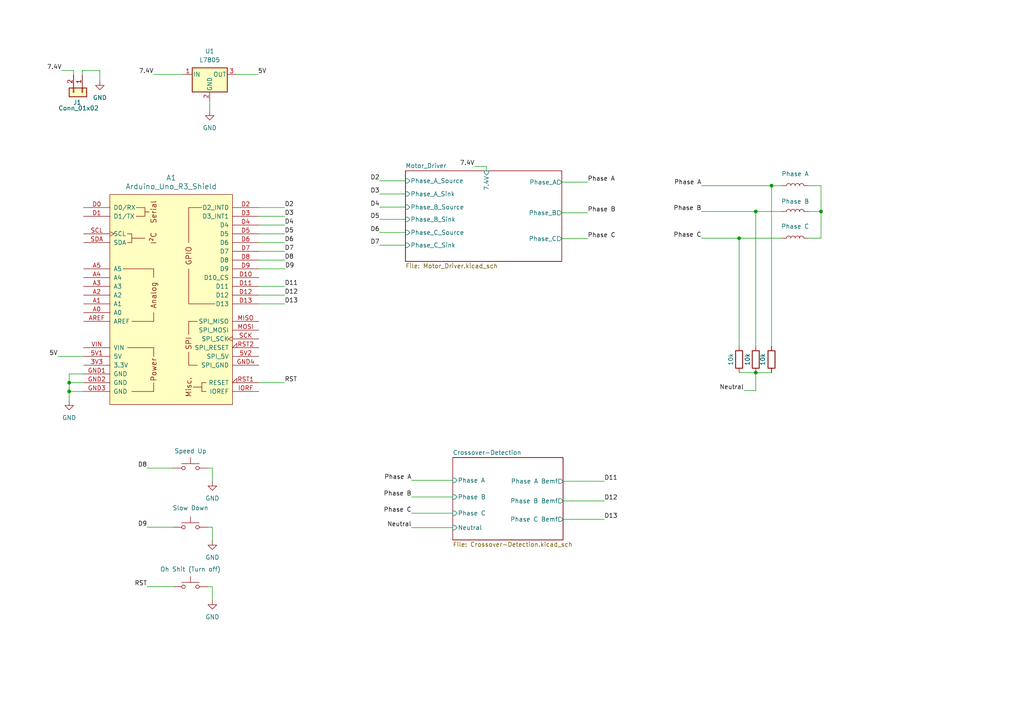
<source format=kicad_sch>
(kicad_sch (version 20230121) (generator eeschema)
  (paper "A4")
  (title_block (title "BLDC ESC") (date "03/29/2024") (rev "1") (company "RHIT") (comment 1 "Author: Tim Ausec"))
  (lib_symbols
    (symbol "Connector_Generic:Conn_01x02" (pin_names (offset 1.016) hide)
      (property "Reference" "J" (at 0 2.54 0))
      (property "Value" "Conn_01x02" (at 0 -5.08 0))
      (symbol "Conn_01x02_1_1"
        (rectangle (start -1.27 -2.413) (end 0 -2.667) (stroke (width 0.1524)))
        (rectangle (start -1.27 0.127) (end 0 -0.127) (stroke (width 0.1524)))
        (rectangle (start -1.27 1.27) (end 1.27 -3.81) (stroke (width 0.254)) (fill (type background)))
        (pin passive line (at -5.08 0 0) (length 3.81) (name "Pin_1") (number "1"))
        (pin passive line (at -5.08 -2.54 0) (length 3.81) (name "Pin_2") (number "2"))
      )
    )
    (symbol "Device:L" (pin_numbers hide) (pin_names (offset 1.016) hide)
      (property "Reference" "L" (at -1.27 0 90))
      (property "Value" "L" (at 1.905 0 90))
      (symbol "L_0_1"
        (arc (start 0 -2.54) (mid 0.6323 -1.905) (end 0 -1.27))
        (arc (start 0 -1.27) (mid 0.6323 -0.635) (end 0 0))
        (arc (start 0 0) (mid 0.6323 0.635) (end 0 1.27))
        (arc (start 0 1.27) (mid 0.6323 1.905) (end 0 2.54))
      )
      (symbol "L_1_1"
        (pin passive line (at 0 3.81 270) (length 1.27) (name "1") (number "1"))
        (pin passive line (at 0 -3.81 90) (length 1.27) (name "2") (number "2"))
      )
    )
    (symbol "Device:R" (pin_numbers hide) (pin_names (offset 0))
      (property "Reference" "R" (at 2.032 0 90))
      (property "Value" "R" (at 0 0 90))
      (symbol "R_0_1"
        (rectangle (start -1.016 -2.54) (end 1.016 2.54) (stroke (width 0.254)))
      )
      (symbol "R_1_1"
        (pin passive line (at 0 3.81 270) (length 1.27) (name "~") (number "1"))
        (pin passive line (at 0 -3.81 90) (length 1.27) (name "~") (number "2"))
      )
    )
    (symbol "Regulator_Linear:L7805" (pin_names (offset 0.254))
      (property "Reference" "U" (at -3.81 3.175 0))
      (property "Value" "L7805" (at 0 3.175 0))
      (symbol "L7805_0_1"
        (rectangle (start -5.08 1.905) (end 5.08 -5.08) (stroke (width 0.254)) (fill (type background)))
      )
      (symbol "L7805_1_1"
        (pin power_in line (at -7.62 0 0) (length 2.54) (name "IN") (number "1"))
        (pin power_in line (at 0 -7.62 90) (length 2.54) (name "GND") (number "2"))
        (pin power_out line (at 7.62 0 180) (length 2.54) (name "OUT") (number "3"))
      )
    )
    (symbol "Switch:SW_Push" (pin_numbers hide) (pin_names (offset 1.016) hide)
      (property "Reference" "SW" (at 1.27 2.54 0))
      (property "Value" "SW_Push" (at 0 -1.524 0))
      (symbol "SW_Push_0_1"
        (circle (center -2.032 0) (radius 0.508))
        (polyline (pts (xy 0 1.27) (xy 0 3.048)))
        (polyline (pts (xy 2.54 1.27) (xy -2.54 1.27)))
        (circle (center 2.032 0) (radius 0.508))
        (pin passive line (at -5.08 0 0) (length 2.54) (name "1") (number "1"))
        (pin passive line (at 5.08 0 180) (length 2.54) (name "2") (number "2"))
      )
    )
    (symbol "arduino-library:Arduino_Uno_R3_Shield" (pin_names (offset 1.016))
      (property "Reference" "A" (at 0 36.83 0))
      (property "Value" "Arduino_Uno_R3_Shield" (at 0 33.02 0))
      (symbol "Arduino_Uno_R3_Shield_0_0"
        (rectangle (start -17.78 30.48) (end 17.78 -30.48) (fill (type background)))
        (rectangle (start -12.7 -13.97) (end -5.08 -13.97))
        (rectangle (start -11.43 -26.67) (end -5.08 -26.67))
        (polyline (pts (xy -11.43 17.78) (xy -7.62 17.78)))
        (polyline (pts (xy -7.62 25.4) (xy -6.35 25.4)))
        (polyline (pts (xy -5.08 -26.67) (xy -5.08 -24.13)))
        (polyline (pts (xy -5.08 -15.24) (xy -5.08 -16.51)))
        (polyline (pts (xy -5.08 -13.97) (xy -5.08 -15.24)))
        (polyline (pts (xy -5.08 -3.81) (xy -5.08 -6.35) (xy -11.43 -6.35)))
        (polyline (pts (xy -5.08 6.35) (xy -5.08 8.89) (xy -13.97 8.89)))
        (polyline (pts (xy 5.08 8.89) (xy 5.08 -1.27) (xy 12.7 -1.27)))
        (polyline (pts (xy 5.08 16.51) (xy 5.08 26.67) (xy 8.89 26.67)))
        (polyline (pts (xy -12.7 19.05) (xy -11.43 19.05) (xy -11.43 16.51) (xy -12.7 16.51)))
        (polyline (pts (xy -10.16 26.67) (xy -7.62 26.67) (xy -7.62 24.13) (xy -10.16 24.13)))
        (rectangle (start 5.08 -19.05) (end 5.08 -15.24))
        (rectangle (start 5.08 -19.05) (end 7.62 -19.05))
        (rectangle (start 5.08 -10.16) (end 5.08 -6.35))
        (rectangle (start 7.62 -6.35) (end 5.08 -6.35))
        (rectangle (start 8.89 -25.4) (end 6.35 -25.4))
        (rectangle (start 8.89 -24.13) (end 8.89 -26.67))
        (rectangle (start 10.16 -26.67) (end 8.89 -26.67))
        (rectangle (start 10.16 -24.13) (end 8.89 -24.13))
        (text "Analog" (at -5.08 1.27 900) (effects (font (size 1.524 1.524))))
        (text "I²C" (at -5.08 17.78 900) (effects (font (size 1.524 1.524))))
        (text "Misc." (at 5.08 -25.4 900) (effects (font (size 1.524 1.524))))
        (text "Power" (at -5.08 -20.32 900) (effects (font (size 1.524 1.524))))
        (text "Serial" (at -5.08 25.4 900) (effects (font (size 1.524 1.524))))
        (text "SPI" (at 5.08 -12.7 900) (effects (font (size 1.524 1.524))))
      )
      (symbol "Arduino_Uno_R3_Shield_1_0"
        (text "GPIO" (at 5.08 12.7 900) (effects (font (size 1.524 1.524))))
      )
      (symbol "Arduino_Uno_R3_Shield_1_1"
        (pin power_out line (at -25.4 -19.05 0) (length 7.62) (name "3.3V") (number "3V3"))
        (pin power_in line (at -25.4 -16.51 0) (length 7.62) (name "5V") (number "5V1"))
        (pin power_in line (at 25.4 -16.51 180) (length 7.62) (name "SPI_5V") (number "5V2"))
        (pin bidirectional line (at -25.4 -3.81 0) (length 7.62) (name "A0") (number "A0"))
        (pin bidirectional line (at -25.4 -1.27 0) (length 7.62) (name "A1") (number "A1"))
        (pin bidirectional line (at -25.4 1.27 0) (length 7.62) (name "A2") (number "A2"))
        (pin bidirectional line (at -25.4 3.81 0) (length 7.62) (name "A3") (number "A3"))
        (pin bidirectional line (at -25.4 6.35 0) (length 7.62) (name "A4") (number "A4"))
        (pin bidirectional line (at -25.4 8.89 0) (length 7.62) (name "A5") (number "A5"))
        (pin input line (at -25.4 -6.35 0) (length 7.62) (name "AREF") (number "AREF"))
        (pin bidirectional line (at -25.4 26.67 0) (length 7.62) (name "D0/RX") (number "D0"))
        (pin bidirectional line (at -25.4 24.13 0) (length 7.62) (name "D1/TX") (number "D1"))
        (pin bidirectional line (at 25.4 6.35 180) (length 7.62) (name "D10_CS") (number "D10"))
        (pin bidirectional line (at 25.4 3.81 180) (length 7.62) (name "D11") (number "D11"))
        (pin bidirectional line (at 25.4 1.27 180) (length 7.62) (name "D12") (number "D12"))
        (pin bidirectional line (at 25.4 -1.27 180) (length 7.62) (name "D13") (number "D13"))
        (pin bidirectional line (at 25.4 26.67 180) (length 7.62) (name "D2_INT0") (number "D2"))
        (pin bidirectional line (at 25.4 24.13 180) (length 7.62) (name "D3_INT1") (number "D3"))
        (pin bidirectional line (at 25.4 21.59 180) (length 7.62) (name "D4") (number "D4"))
        (pin bidirectional line (at 25.4 19.05 180) (length 7.62) (name "D5") (number "D5"))
        (pin bidirectional line (at 25.4 16.51 180) (length 7.62) (name "D6") (number "D6"))
        (pin bidirectional line (at 25.4 13.97 180) (length 7.62) (name "D7") (number "D7"))
        (pin bidirectional line (at 25.4 11.43 180) (length 7.62) (name "D8") (number "D8"))
        (pin bidirectional line (at 25.4 8.89 180) (length 7.62) (name "D9") (number "D9"))
        (pin power_in line (at -25.4 -21.59 0) (length 7.62) (name "GND") (number "GND1"))
        (pin power_in line (at -25.4 -24.13 0) (length 7.62) (name "GND") (number "GND2"))
        (pin power_in line (at -25.4 -26.67 0) (length 7.62) (name "GND") (number "GND3"))
        (pin power_in line (at 25.4 -19.05 180) (length 7.62) (name "SPI_GND") (number "GND4"))
        (pin output line (at 25.4 -26.67 180) (length 7.62) (name "IOREF") (number "IORF"))
        (pin input line (at 25.4 -6.35 180) (length 7.62) (name "SPI_MISO") (number "MISO"))
        (pin output line (at 25.4 -8.89 180) (length 7.62) (name "SPI_MOSI") (number "MOSI"))
        (pin open_collector input_low (at 25.4 -24.13 180) (length 7.62) (name "RESET") (number "RST1"))
        (pin open_collector input_low (at 25.4 -13.97 180) (length 7.62) (name "SPI_RESET") (number "RST2"))
        (pin output clock (at 25.4 -11.43 180) (length 7.62) (name "SPI_SCK") (number "SCK"))
        (pin bidirectional clock (at -25.4 19.05 0) (length 7.62) (name "SCL") (number "SCL"))
        (pin bidirectional line (at -25.4 16.51 0) (length 7.62) (name "SDA") (number "SDA"))
        (pin power_in line (at -25.4 -13.97 0) (length 7.62) (name "VIN") (number "VIN"))
      )
    )
    (symbol "power:GND" (power) (pin_names (offset 0))
      (property "Value" "GND" (at 0 -3.81 0))
      (symbol "GND_0_1"
        (polyline (pts (xy 0 0) (xy 0 -1.27) (xy 1.27 -1.27) (xy 0 -2.54) (xy -1.27 -1.27) (xy 0 -1.27)))
      )
      (symbol "GND_1_1"
        (pin power_in line (at 0 0 270) (length 0) hide (name "GND") (number "1"))
      )
    )
  )
  (junction (at 20.066 113.538))
  (junction (at 20.066 110.998))
  (junction (at 223.774 53.848))
  (junction (at 238.125 61.341))
  (junction (at 214.376 69.088))
  (junction (at 219.202 61.341))
  (junction (at 219.202 108.077))
  (wire (pts (xy 60.325 135.763) (xy 61.595 135.763)))
  (wire (pts (xy 162.941 69.215) (xy 170.434 69.215)))
  (wire (pts (xy 61.595 170.18) (xy 61.595 174.117)))
  (wire (pts (xy 162.941 61.722) (xy 170.434 61.722)))
  (wire (pts (xy 16.764 103.378) (xy 24.257 103.378)))
  (wire (pts (xy 214.376 108.077) (xy 219.202 108.077)))
  (wire (pts (xy 117.602 56.261) (xy 110.109 56.261)))
  (wire (pts (xy 219.202 113.284) (xy 215.773 113.284)))
  (wire (pts (xy 75.057 88.138) (xy 82.55 88.138)))
  (wire (pts (xy 203.454 69.088) (xy 214.376 69.088)))
  (wire (pts (xy 119.38 144.145) (xy 131.318 144.145)))
  (wire (pts (xy 219.202 61.341) (xy 226.822 61.341)))
  (wire (pts (xy 175.26 150.622) (xy 163.322 150.622)))
  (wire (pts (xy 162.941 52.832) (xy 170.434 52.832)))
  (wire (pts (xy 223.774 53.848) (xy 223.774 100.457)))
  (wire (pts (xy 20.066 110.998) (xy 20.066 113.538)))
  (wire (pts (xy 75.057 110.998) (xy 82.55 110.998)))
  (wire (pts (xy 175.26 139.573) (xy 163.322 139.573)))
  (wire (pts (xy 75.057 72.898) (xy 82.55 72.898)))
  (wire (pts (xy 203.454 61.341) (xy 219.202 61.341)))
  (wire (pts (xy 223.774 53.848) (xy 226.822 53.848)))
  (wire (pts (xy 61.595 152.908) (xy 61.595 156.845)))
  (wire (pts (xy 219.202 108.077) (xy 219.202 113.284)))
  (wire (pts (xy 44.577 21.59) (xy 53.213 21.59)))
  (wire (pts (xy 50.165 135.763) (xy 42.672 135.763)))
  (wire (pts (xy 50.165 152.908) (xy 42.672 152.908)))
  (wire (pts (xy 68.453 21.59) (xy 74.803 21.59)))
  (wire (pts (xy 60.325 170.18) (xy 61.595 170.18)))
  (wire (pts (xy 20.066 110.998) (xy 24.257 110.998)))
  (wire (pts (xy 75.057 85.598) (xy 82.55 85.598)))
  (wire (pts (xy 21.336 21.717) (xy 21.336 20.447)))
  (wire (pts (xy 75.057 60.198) (xy 82.55 60.198)))
  (wire (pts (xy 20.066 113.538) (xy 24.257 113.538)))
  (wire (pts (xy 119.38 139.319) (xy 131.318 139.319)))
  (wire (pts (xy 75.057 62.738) (xy 82.55 62.738)))
  (wire (pts (xy 117.602 71.12) (xy 110.109 71.12)))
  (wire (pts (xy 117.602 63.627) (xy 110.109 63.627)))
  (wire (pts (xy 238.125 53.848) (xy 238.125 61.341)))
  (wire (pts (xy 20.066 108.458) (xy 20.066 110.998)))
  (wire (pts (xy 163.322 145.288) (xy 175.26 145.288)))
  (wire (pts (xy 219.202 108.077) (xy 223.774 108.077)))
  (wire (pts (xy 234.442 53.848) (xy 238.125 53.848)))
  (wire (pts (xy 117.602 52.451) (xy 110.109 52.451)))
  (wire (pts (xy 75.057 83.058) (xy 82.55 83.058)))
  (wire (pts (xy 119.38 148.844) (xy 131.318 148.844)))
  (wire (pts (xy 141.097 49.53) (xy 141.097 48.26)))
  (wire (pts (xy 238.125 69.088) (xy 234.442 69.088)))
  (wire (pts (xy 214.376 69.088) (xy 226.822 69.088)))
  (wire (pts (xy 119.38 153.035) (xy 131.318 153.035)))
  (wire (pts (xy 75.057 70.358) (xy 82.55 70.358)))
  (wire (pts (xy 60.325 152.908) (xy 61.595 152.908)))
  (wire (pts (xy 75.057 75.438) (xy 82.55 75.438)))
  (wire (pts (xy 75.057 77.978) (xy 82.677 77.978)))
  (wire (pts (xy 50.165 170.18) (xy 42.672 170.18)))
  (wire (pts (xy 219.202 61.341) (xy 219.202 100.457)))
  (wire (pts (xy 23.876 21.717) (xy 23.876 20.447)))
  (wire (pts (xy 23.876 20.447) (xy 28.956 20.447)))
  (wire (pts (xy 238.125 61.341) (xy 238.125 69.088)))
  (wire (pts (xy 117.602 67.437) (xy 110.109 67.437)))
  (wire (pts (xy 203.454 53.848) (xy 223.774 53.848)))
  (wire (pts (xy 20.066 113.538) (xy 20.066 116.332)))
  (wire (pts (xy 24.257 108.458) (xy 20.066 108.458)))
  (wire (pts (xy 117.602 60.071) (xy 110.109 60.071)))
  (wire (pts (xy 60.833 29.21) (xy 60.833 32.258)))
  (wire (pts (xy 28.956 20.447) (xy 28.956 23.495)))
  (wire (pts (xy 75.057 65.278) (xy 82.55 65.278)))
  (wire (pts (xy 141.097 48.26) (xy 137.668 48.26)))
  (wire (pts (xy 234.442 61.341) (xy 238.125 61.341)))
  (wire (pts (xy 21.336 20.447) (xy 17.907 20.447)))
  (wire (pts (xy 61.595 135.763) (xy 61.595 139.7)))
  (wire (pts (xy 75.057 67.818) (xy 82.55 67.818)))
  (wire (pts (xy 214.376 69.088) (xy 214.376 100.457)))
  (label "Phase B" (at 170.434 61.722 0))
  (label "D2" (at 110.109 52.451 180))
  (label "D3" (at 110.109 56.261 180))
  (label "D9" (at 42.672 152.908 180))
  (label "D8" (at 42.672 135.763 180))
  (label "D6" (at 110.109 67.437 180))
  (label "Phase A" (at 203.454 53.848 180))
  (label "Phase C" (at 203.454 69.088 180))
  (label "Phase B" (at 203.454 61.341 180))
  (label "D2" (at 82.55 60.198 0))
  (label "D9" (at 82.677 77.978 0))
  (label "D4" (at 110.109 60.071 180))
  (label "D5" (at 82.55 67.818 0))
  (label "D7" (at 110.109 71.12 180))
  (label "5V" (at 16.764 103.378 180))
  (label "D11" (at 175.26 139.573 0))
  (label "Neutral" (at 119.38 153.035 180))
  (label "D3" (at 82.55 62.738 0))
  (label "Phase A" (at 119.38 139.319 180))
  (label "D13" (at 82.55 88.138 0))
  (label "D8" (at 82.55 75.438 0))
  (label "D6" (at 82.55 70.358 0))
  (label "D12" (at 175.26 145.288 0))
  (label "D12" (at 82.55 85.598 0))
  (label "5V" (at 74.803 21.59 0))
  (label "Phase C" (at 170.434 69.215 0))
  (label "D7" (at 82.55 72.898 0))
  (label "Phase A" (at 170.434 52.832 0))
  (label "7.4V" (at 17.907 20.447 180))
  (label "RST" (at 82.55 110.998 0))
  (label "D4" (at 82.55 65.278 0))
  (label "D13" (at 175.26 150.622 0))
  (label "Neutral" (at 215.773 113.284 180))
  (label "7.4V" (at 44.577 21.59 180))
  (label "D11" (at 82.55 83.058 0))
  (label "RST" (at 42.672 170.18 180))
  (label "D5" (at 110.109 63.627 180))
  (label "Phase C" (at 119.38 148.844 180))
  (label "Phase B" (at 119.38 144.145 180))
  (label "7.4V" (at 137.668 48.26 180))
  (symbol (lib_id "Switch:SW_Push") (at 55.245 170.18 0) (unit 1)
    (property "Reference" "SW3" (effects hide))
    (property "Value" "Oh Shit (Turn off)" (at 55.245 165.1 0))
  )
  (symbol (lib_id "power:GND") (at 20.066 116.332 0) (unit 1)
    (property "Reference" "#PWR012" (effects hide))
    (property "Value" "GND" (at 20.066 121.158 0))
  )
  (symbol (lib_id "power:GND") (at 61.595 139.7 0) (unit 1)
    (property "Reference" "#PWR013" (effects hide))
    (property "Value" "GND" (at 61.595 144.526 0))
  )
  (symbol (lib_id "Device:L") (at 230.632 69.088 90) (unit 1)
    (property "Reference" "L3" (effects hide))
    (property "Value" "Phase C" (at 230.632 65.659 90))
  )
  (symbol (lib_id "Switch:SW_Push") (at 55.245 152.908 0) (unit 1)
    (property "Reference" "SW2" (effects hide))
    (property "Value" "Slow Down" (at 55.245 147.32 0))
  )
  (symbol (lib_id "power:GND") (at 61.595 156.845 0) (unit 1)
    (property "Reference" "#PWR014" (effects hide))
    (property "Value" "GND" (at 61.595 161.671 0))
  )
  (symbol (lib_id "Regulator_Linear:L7805") (at 60.833 21.59 0) (unit 1)
    (property "Reference" "U1" (at 60.833 14.859 0))
    (property "Value" "L7805" (at 60.833 17.399 0))
    (property "Datasheet" "http://www.st.com/content/ccc/resource/technical/document/datasheet/41/4f/b3/b0/12/d4/47/88/CD00000444.pdf/files/CD00000444.pdf/jcr:content/translations/en.CD00000444.pdf" (effects hide))
  )
  (symbol (lib_id "Device:R") (at 214.376 104.267 180) (unit 1)
    (property "Reference" "R6" (effects hide))
    (property "Value" "10k" (at 211.963 104.267 90))
  )
  (symbol (lib_id "Device:R") (at 219.202 104.267 180) (unit 1)
    (property "Reference" "R7" (effects hide))
    (property "Value" "10k" (at 216.789 104.267 90))
  )
  (symbol (lib_id "Device:L") (at 230.632 61.341 90) (unit 1)
    (property "Reference" "L2" (effects hide))
    (property "Value" "Phase B" (at 230.632 58.42 90))
  )
  (symbol (lib_id "power:GND") (at 61.595 174.117 0) (unit 1)
    (property "Reference" "#PWR015" (effects hide))
    (property "Value" "GND" (at 61.595 178.943 0))
  )
  (symbol (lib_id "arduino-library:Arduino_Uno_R3_Shield") (at 49.657 86.868 0) (unit 1)
    (property "Reference" "A1" (at 49.657 51.562 0) (effects (font (size 1.524 1.524))))
    (property "Value" "Arduino_Uno_R3_Shield" (at 49.657 54.102 0) (effects (font (size 1.524 1.524))))
    (property "Footprint" "PCM_arduino-library:Arduino_Uno_R3_Shield" (effects hide))
    (property "Datasheet" "https://docs.arduino.cc/hardware/uno-rev3" (effects hide))
  )
  (symbol (lib_id "power:GND") (at 28.956 23.495 0) (unit 1)
    (property "Reference" "#PWR01" (effects hide))
    (property "Value" "GND" (at 28.956 28.321 0))
  )
  (symbol (lib_id "Connector_Generic:Conn_01x02") (at 23.876 26.797 270) (unit 1)
    (property "Reference" "J1" (at 21.209 29.718 90) (effects (justify left)))
    (property "Value" "Conn_01x02" (at 16.891 31.369 90) (effects (justify left)))
  )
  (symbol (lib_id "Device:R") (at 223.774 104.267 180) (unit 1)
    (property "Reference" "R8" (effects hide))
    (property "Value" "10k" (at 221.234 104.267 90))
  )
  (symbol (lib_id "Device:L") (at 230.632 53.848 90) (unit 1)
    (property "Reference" "L1" (effects hide))
    (property "Value" "Phase A" (at 230.632 50.419 90))
  )
  (symbol (lib_id "power:GND") (at 60.833 32.258 0) (unit 1)
    (property "Reference" "#PWR02" (effects hide))
    (property "Value" "GND" (at 60.833 37.084 0))
  )
  (symbol (lib_id "Switch:SW_Push") (at 55.245 135.763 0) (unit 1)
    (property "Reference" "SW1" (effects hide))
    (property "Value" "Speed Up" (at 55.245 130.81 0))
  )
  (sheet (at 117.602 49.53) (size 45.339 26.289) (stroke (width 0.1524))
    (property "Sheetname" "Motor_Driver" (at 117.602 48.8184 0) (effects (justify left bottom)))
    (property "Sheetfile" "Motor_Driver.kicad_sch" (at 117.602 76.4036 0) (effects (justify left top)))
    (pin "Phase_A" output (at 162.941 52.832 0))
    (pin "Phase_A_Source" input (at 117.602 52.451 180))
    (pin "Phase_A_Sink" input (at 117.602 56.261 180))
    (pin "Phase_B_Source" input (at 117.602 60.071 180))
    (pin "Phase_B_Sink" input (at 117.602 63.627 180))
    (pin "7.4V" input (at 141.097 49.53 90))
    (pin "Phase_B" output (at 162.941 61.722 0))
    (pin "Phase_C" output (at 162.941 69.215 0))
    (pin "Phase_C_Source" input (at 117.602 67.437 180))
    (pin "Phase_C_Sink" input (at 117.602 71.12 180))
  )
  (sheet (at 131.318 132.715) (size 32.004 23.876) (stroke (width 0.1524))
    (property "Sheetname" "Crossover-Detection" (at 131.318 132.0034 0) (effects (justify left bottom)))
    (property "Sheetfile" "Crossover-Detection.kicad_sch" (at 131.318 157.1756 0) (effects (justify left top)))
    (pin "Phase A" input (at 131.318 139.319 180))
    (pin "Neutral" input (at 131.318 153.035 180))
    (pin "Phase A Bemf" output (at 163.322 139.573 0))
    (pin "Phase B Bemf" output (at 163.322 145.288 0))
    (pin "Phase C Bemf" output (at 163.322 150.622 0))
    (pin "Phase B" input (at 131.318 144.145 180))
    (pin "Phase C" input (at 131.318 148.844 180))
  )
)
</source>
